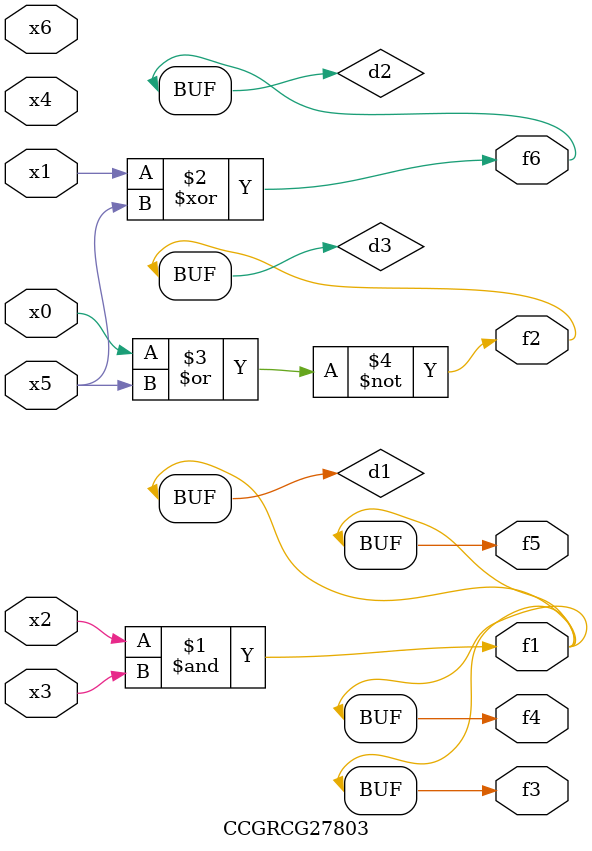
<source format=v>
module CCGRCG27803(
	input x0, x1, x2, x3, x4, x5, x6,
	output f1, f2, f3, f4, f5, f6
);

	wire d1, d2, d3;

	and (d1, x2, x3);
	xor (d2, x1, x5);
	nor (d3, x0, x5);
	assign f1 = d1;
	assign f2 = d3;
	assign f3 = d1;
	assign f4 = d1;
	assign f5 = d1;
	assign f6 = d2;
endmodule

</source>
